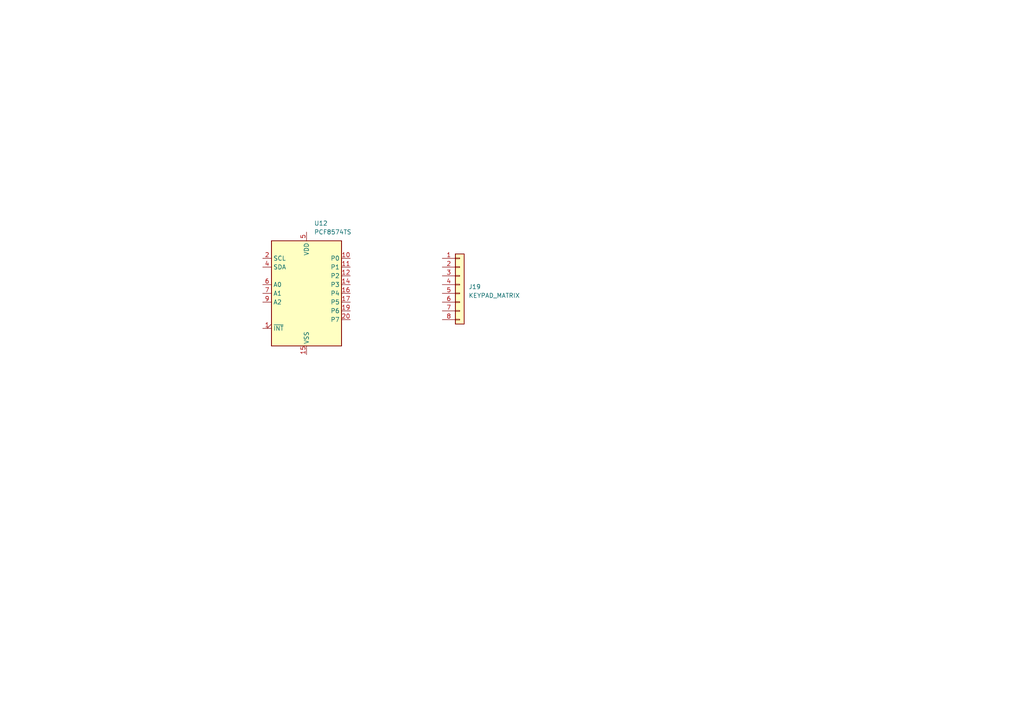
<source format=kicad_sch>
(kicad_sch (version 20231120) (generator "eeschema") (generator_version "8.0")
  (paper "A4")
  (lib_symbols
    (symbol "Connector_Generic:Conn_01x08" (pin_names (offset 1.016) hide)
      (property "Reference" "J" (at 0 10.16 0))
      (property "Value" "Conn_01x08" (at 0 -12.7 0))
      (symbol "Conn_01x08_1_1"
        (rectangle (start -1.27 -10.033) (end 0 -10.287) (stroke (width 0.1524)))
        (rectangle (start -1.27 -7.493) (end 0 -7.747) (stroke (width 0.1524)))
        (rectangle (start -1.27 -4.953) (end 0 -5.207) (stroke (width 0.1524)))
        (rectangle (start -1.27 -2.413) (end 0 -2.667) (stroke (width 0.1524)))
        (rectangle (start -1.27 0.127) (end 0 -0.127) (stroke (width 0.1524)))
        (rectangle (start -1.27 2.667) (end 0 2.413) (stroke (width 0.1524)))
        (rectangle (start -1.27 5.207) (end 0 4.953) (stroke (width 0.1524)))
        (rectangle (start -1.27 7.747) (end 0 7.493) (stroke (width 0.1524)))
        (rectangle (start -1.27 8.89) (end 1.27 -11.43) (stroke (width 0.254)) (fill (type background)))
        (pin passive line (at -5.08 7.62 0) (length 3.81) (name "Pin_1") (number "1"))
        (pin passive line (at -5.08 5.08 0) (length 3.81) (name "Pin_2") (number "2"))
        (pin passive line (at -5.08 2.54 0) (length 3.81) (name "Pin_3") (number "3"))
        (pin passive line (at -5.08 0 0) (length 3.81) (name "Pin_4") (number "4"))
        (pin passive line (at -5.08 -2.54 0) (length 3.81) (name "Pin_5") (number "5"))
        (pin passive line (at -5.08 -5.08 0) (length 3.81) (name "Pin_6") (number "6"))
        (pin passive line (at -5.08 -7.62 0) (length 3.81) (name "Pin_7") (number "7"))
        (pin passive line (at -5.08 -10.16 0) (length 3.81) (name "Pin_8") (number "8"))
      )
    )
    (symbol "Interface_Expansion:PCF8574TS"
      (property "Reference" "U" (at -8.89 16.51 0))
      (property "Value" "PCF8574TS" (at 3.81 16.51 0))
      (symbol "PCF8574TS_0_1"
        (rectangle (start -10.16 15.24) (end 10.16 -15.24) (stroke (width 0.254)) (fill (type background)))
      )
      (symbol "PCF8574TS_1_1"
        (pin open_collector output_low (at -12.7 -10.16 0) (length 2.54) (name "~{INT}") (number "1"))
        (pin bidirectional line (at 12.7 10.16 180) (length 2.54) (name "P0") (number "10"))
        (pin bidirectional line (at 12.7 7.62 180) (length 2.54) (name "P1") (number "11"))
        (pin bidirectional line (at 12.7 5.08 180) (length 2.54) (name "P2") (number "12"))
        (pin no_connect line (at -10.16 -5.08 0) (length 2.54) hide (name "NC") (number "13"))
        (pin bidirectional line (at 12.7 2.54 180) (length 2.54) (name "P3") (number "14"))
        (pin power_in line (at 0 -17.78 90) (length 2.54) (name "VSS") (number "15"))
        (pin bidirectional line (at 12.7 0 180) (length 2.54) (name "P4") (number "16"))
        (pin bidirectional line (at 12.7 -2.54 180) (length 2.54) (name "P5") (number "17"))
        (pin no_connect line (at -10.16 -7.62 0) (length 2.54) hide (name "NC") (number "18"))
        (pin bidirectional line (at 12.7 -5.08 180) (length 2.54) (name "P6") (number "19"))
        (pin input line (at -12.7 10.16 0) (length 2.54) (name "SCL") (number "2"))
        (pin bidirectional line (at 12.7 -7.62 180) (length 2.54) (name "P7") (number "20"))
        (pin no_connect line (at 10.16 -10.16 180) (length 2.54) hide (name "NC") (number "3"))
        (pin bidirectional line (at -12.7 7.62 0) (length 2.54) (name "SDA") (number "4"))
        (pin power_in line (at 0 17.78 270) (length 2.54) (name "VDD") (number "5"))
        (pin input line (at -12.7 2.54 0) (length 2.54) (name "A0") (number "6"))
        (pin input line (at -12.7 0 0) (length 2.54) (name "A1") (number "7"))
        (pin no_connect line (at 10.16 -12.7 180) (length 2.54) hide (name "NC") (number "8"))
        (pin input line (at -12.7 -2.54 0) (length 2.54) (name "A2") (number "9"))
      )
    )
  )
  (symbol (lib_id "Interface_Expansion:PCF8574TS") (at 88.9 85.09 0) (unit 1)
    (property "Reference" "U12" (at 91.0941 64.77 0) (effects (justify left)))
    (property "Value" "PCF8574TS" (at 91.0941 67.31 0) (effects (justify left)))
    (property "Footprint" "Package_SO:SSOP-20_4.4x6.5mm_P0.65mm" (effects (hide yes)))
    (property "Datasheet" "http://www.nxp.com/docs/en/data-sheet/PCF8574_PCF8574A.pdf" (effects (hide yes)))
    (property "Description" "8 Bit Port/Expander to I2C Bus, SSOP-20" (effects (hide yes)))
  )
  (symbol (lib_id "Connector_Generic:Conn_01x08") (at 133.35 82.55 0) (unit 1)
    (property "Reference" "J19" (at 135.89 83.185 0) (effects (justify left)))
    (property "Value" "KEYPAD_MATRIX" (at 135.89 85.725 0) (effects (justify left)))
    (property "Footprint" "Connector_PinHeader_2.54mm:PinHeader_1x08_P2.54mm_Vertical_SMD_Pin1Left" (effects (hide yes)))
  )
)
</source>
